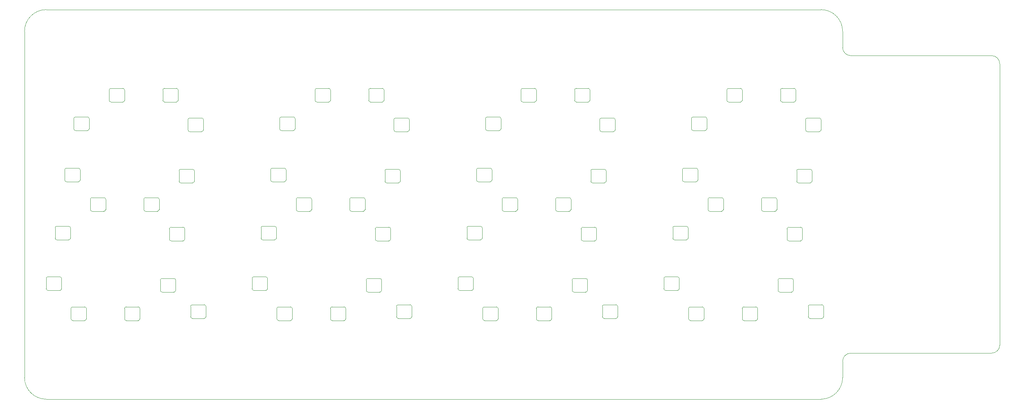
<source format=gbr>
%TF.GenerationSoftware,KiCad,Pcbnew,9.0.4*%
%TF.CreationDate,2025-08-31T21:09:01+02:00*%
%TF.ProjectId,n-teller-xl-diy,6e2d7465-6c6c-4657-922d-786c2d646979,1.0*%
%TF.SameCoordinates,Original*%
%TF.FileFunction,Profile,NP*%
%FSLAX46Y46*%
G04 Gerber Fmt 4.6, Leading zero omitted, Abs format (unit mm)*
G04 Created by KiCad (PCBNEW 9.0.4) date 2025-08-31 21:09:01*
%MOMM*%
%LPD*%
G01*
G04 APERTURE LIST*
%TA.AperFunction,Profile*%
%ADD10C,0.050000*%
%TD*%
G04 APERTURE END LIST*
D10*
X97790000Y34925000D02*
X130810000Y34925000D01*
X90805000Y45720000D02*
G75*
G02*
X95885000Y40640000I0J-5080000D01*
G01*
X95885000Y-40640000D02*
G75*
G02*
X90805000Y-45720000I-5080000J0D01*
G01*
X-95885000Y40640000D02*
G75*
G02*
X-90805000Y45720000I5080002J-2D01*
G01*
X95885000Y40640000D02*
X95885000Y36830000D01*
X-90805000Y45720000D02*
X90805000Y45720000D01*
X97790000Y-34925000D02*
X130810000Y-34925000D01*
X95885000Y-40640000D02*
X95885000Y-36830000D01*
X90805000Y-45720000D02*
X-90805000Y-45720000D01*
X132715000Y-33020000D02*
X132715000Y33020000D01*
X-90805000Y-45720000D02*
G75*
G02*
X-95885000Y-40640000I2J5080002D01*
G01*
X130810000Y34925000D02*
G75*
G02*
X132715000Y33020000I0J-1905000D01*
G01*
X97790000Y34925000D02*
G75*
G02*
X95885000Y36830000I0J1905000D01*
G01*
X95885000Y-36830000D02*
G75*
G02*
X97790000Y-34925000I1905000J0D01*
G01*
X132715000Y-33020000D02*
G75*
G02*
X130810000Y-34925000I-1905000J0D01*
G01*
X-95885000Y40640000D02*
X-95885000Y-40640000D01*
%TO.C,D2DP1*%
X39570000Y-23960000D02*
X39570000Y-26360000D01*
X42770000Y-23560000D02*
X39970000Y-23560000D01*
X42770000Y-26760000D02*
X39970000Y-26760000D01*
X43170000Y-23960000D02*
X43170000Y-26360000D01*
X39570000Y-23960000D02*
G75*
G02*
X39970000Y-23560000I400000J0D01*
G01*
X39970000Y-26760000D02*
G75*
G02*
X39570000Y-26360000I0J400000D01*
G01*
X42770000Y-23560000D02*
G75*
G02*
X43170000Y-23960000I1J-399999D01*
G01*
X43170000Y-26360000D02*
G75*
G02*
X42770000Y-26760000I-399999J-1D01*
G01*
%TO.C,D1E2*%
X53980000Y-17400000D02*
X53980000Y-19800000D01*
X57180000Y-17000000D02*
X54380000Y-17000000D01*
X57180000Y-20200000D02*
X54380000Y-20200000D01*
X57580000Y-17400000D02*
X57580000Y-19800000D01*
X53980000Y-17400000D02*
G75*
G02*
X54380000Y-17000000I400000J0D01*
G01*
X54380000Y-20200000D02*
G75*
G02*
X53980000Y-19800000I0J400000D01*
G01*
X57180000Y-17000000D02*
G75*
G02*
X57580000Y-17400000I1J-399999D01*
G01*
X57580000Y-19800000D02*
G75*
G02*
X57180000Y-20200000I-399999J-1D01*
G01*
%TO.C,D1E1*%
X56070000Y-5520000D02*
X56070000Y-7920000D01*
X59270000Y-5120000D02*
X56470000Y-5120000D01*
X59270000Y-8320000D02*
X56470000Y-8320000D01*
X59670000Y-5520000D02*
X59670000Y-7920000D01*
X56070000Y-5520000D02*
G75*
G02*
X56470000Y-5120000I400000J0D01*
G01*
X56470000Y-8320000D02*
G75*
G02*
X56070000Y-7920000I0J400000D01*
G01*
X59270000Y-5120000D02*
G75*
G02*
X59670000Y-5520000I1J-399999D01*
G01*
X59670000Y-7920000D02*
G75*
G02*
X59270000Y-8320000I-399999J-1D01*
G01*
%TO.C,D3C2*%
X-15790000Y-17780000D02*
X-15790000Y-20180000D01*
X-12590000Y-17380000D02*
X-15390000Y-17380000D01*
X-12590000Y-20580000D02*
X-15390000Y-20580000D01*
X-12190000Y-17780000D02*
X-12190000Y-20180000D01*
X-15790000Y-17780000D02*
G75*
G02*
X-15390000Y-17380000I400000J0D01*
G01*
X-15390000Y-20580000D02*
G75*
G02*
X-15790000Y-20180000I0J400000D01*
G01*
X-12590000Y-17380000D02*
G75*
G02*
X-12190000Y-17780000I1J-399999D01*
G01*
X-12190000Y-20180000D02*
G75*
G02*
X-12590000Y-20580000I-399999J-1D01*
G01*
%TO.C,D3C1*%
X-13670000Y-5740000D02*
X-13670000Y-8140000D01*
X-10470000Y-5340000D02*
X-13270000Y-5340000D01*
X-10470000Y-8540000D02*
X-13270000Y-8540000D01*
X-10070000Y-5740000D02*
X-10070000Y-8140000D01*
X-13670000Y-5740000D02*
G75*
G02*
X-13270000Y-5340000I400000J0D01*
G01*
X-13270000Y-8540000D02*
G75*
G02*
X-13670000Y-8140000I0J400000D01*
G01*
X-10470000Y-5340000D02*
G75*
G02*
X-10070000Y-5740000I1J-399999D01*
G01*
X-10070000Y-8140000D02*
G75*
G02*
X-10470000Y-8540000I-399999J-1D01*
G01*
%TO.C,D3B2*%
X-11410000Y7850000D02*
X-11410000Y5450000D01*
X-8210000Y8250000D02*
X-11010000Y8250000D01*
X-8210000Y5050000D02*
X-11010000Y5050000D01*
X-7810000Y7850000D02*
X-7810000Y5450000D01*
X-11410000Y7850000D02*
G75*
G02*
X-11010000Y8250000I400000J0D01*
G01*
X-11010000Y5050000D02*
G75*
G02*
X-11410000Y5450000I0J400000D01*
G01*
X-8210000Y8250000D02*
G75*
G02*
X-7810000Y7850000I1J-399999D01*
G01*
X-7810000Y5450000D02*
G75*
G02*
X-8210000Y5050000I-399999J-1D01*
G01*
%TO.C,D4G1*%
X-80460000Y1200000D02*
X-80460000Y-1200000D01*
X-77260000Y1600000D02*
X-80060000Y1600000D01*
X-77260000Y-1600000D02*
X-80060000Y-1600000D01*
X-76860000Y1200000D02*
X-76860000Y-1200000D01*
X-80460000Y1200000D02*
G75*
G02*
X-80060000Y1600000I400000J0D01*
G01*
X-80060000Y-1600000D02*
G75*
G02*
X-80460000Y-1200000I0J400000D01*
G01*
X-77260000Y1600000D02*
G75*
G02*
X-76860000Y1200000I1J-399999D01*
G01*
X-76860000Y-1200000D02*
G75*
G02*
X-77260000Y-1600000I-399999J-1D01*
G01*
%TO.C,D3F1*%
X-36070000Y20150000D02*
X-36070000Y17750000D01*
X-32870000Y20550000D02*
X-35670000Y20550000D01*
X-32870000Y17350000D02*
X-35670000Y17350000D01*
X-32470000Y20150000D02*
X-32470000Y17750000D01*
X-36070000Y20150000D02*
G75*
G02*
X-35670000Y20550000I400000J0D01*
G01*
X-35670000Y17350000D02*
G75*
G02*
X-36070000Y17750000I0J400000D01*
G01*
X-32870000Y20550000D02*
G75*
G02*
X-32470000Y20150000I1J-399999D01*
G01*
X-32470000Y17750000D02*
G75*
G02*
X-32870000Y17350000I-399999J-1D01*
G01*
%TO.C,D4F1*%
X-84330000Y20150000D02*
X-84330000Y17750000D01*
X-81130000Y20550000D02*
X-83930000Y20550000D01*
X-81130000Y17350000D02*
X-83930000Y17350000D01*
X-80730000Y20150000D02*
X-80730000Y17750000D01*
X-84330000Y20150000D02*
G75*
G02*
X-83930000Y20550000I400000J0D01*
G01*
X-83930000Y17350000D02*
G75*
G02*
X-84330000Y17750000I0J400000D01*
G01*
X-81130000Y20550000D02*
G75*
G02*
X-80730000Y20150000I1J-399999D01*
G01*
X-80730000Y17750000D02*
G75*
G02*
X-81130000Y17350000I-399999J-1D01*
G01*
%TO.C,D2D1*%
X11530000Y-24450000D02*
X11530000Y-26850000D01*
X14730000Y-24050000D02*
X11930000Y-24050000D01*
X14730000Y-27250000D02*
X11930000Y-27250000D01*
X15130000Y-24450000D02*
X15130000Y-26850000D01*
X11530000Y-24450000D02*
G75*
G02*
X11930000Y-24050000I400000J0D01*
G01*
X11930000Y-27250000D02*
G75*
G02*
X11530000Y-26850000I0J400000D01*
G01*
X14730000Y-24050000D02*
G75*
G02*
X15130000Y-24450000I1J-399999D01*
G01*
X15130000Y-26850000D02*
G75*
G02*
X14730000Y-27250000I-399999J-1D01*
G01*
%TO.C,D4A2*%
X-63470000Y26850000D02*
X-63470000Y24450000D01*
X-60270000Y27250000D02*
X-63070000Y27250000D01*
X-60270000Y24050000D02*
X-63070000Y24050000D01*
X-59870000Y26850000D02*
X-59870000Y24450000D01*
X-63470000Y26850000D02*
G75*
G02*
X-63070000Y27250000I400000J0D01*
G01*
X-63070000Y24050000D02*
G75*
G02*
X-63470000Y24450000I0J400000D01*
G01*
X-60270000Y27250000D02*
G75*
G02*
X-59870000Y26850000I1J-399999D01*
G01*
X-59870000Y24450000D02*
G75*
G02*
X-60270000Y24050000I-399999J-1D01*
G01*
%TO.C,D1A2*%
X81310000Y26850000D02*
X81310000Y24450000D01*
X84510000Y27250000D02*
X81710000Y27250000D01*
X84510000Y24050000D02*
X81710000Y24050000D01*
X84910000Y26850000D02*
X84910000Y24450000D01*
X81310000Y26850000D02*
G75*
G02*
X81710000Y27250000I400000J0D01*
G01*
X81710000Y24050000D02*
G75*
G02*
X81310000Y24450000I0J400000D01*
G01*
X84510000Y27250000D02*
G75*
G02*
X84910000Y26850000I1J-399999D01*
G01*
X84910000Y24450000D02*
G75*
G02*
X84510000Y24050000I-399999J-1D01*
G01*
%TO.C,D4B1*%
X-57560000Y19890000D02*
X-57560000Y17490000D01*
X-54360000Y20290000D02*
X-57160000Y20290000D01*
X-54360000Y17090000D02*
X-57160000Y17090000D01*
X-53960000Y19890000D02*
X-53960000Y17490000D01*
X-57560000Y19890000D02*
G75*
G02*
X-57160000Y20290000I400000J0D01*
G01*
X-57160000Y17090000D02*
G75*
G02*
X-57560000Y17490000I0J400000D01*
G01*
X-54360000Y20290000D02*
G75*
G02*
X-53960000Y19890000I1J-399999D01*
G01*
X-53960000Y17490000D02*
G75*
G02*
X-54360000Y17090000I-399999J-1D01*
G01*
%TO.C,D2B1*%
X38960000Y19890000D02*
X38960000Y17490000D01*
X42160000Y20290000D02*
X39360000Y20290000D01*
X42160000Y17090000D02*
X39360000Y17090000D01*
X42560000Y19890000D02*
X42560000Y17490000D01*
X38960000Y19890000D02*
G75*
G02*
X39360000Y20290000I400000J0D01*
G01*
X39360000Y17090000D02*
G75*
G02*
X38960000Y17490000I0J400000D01*
G01*
X42160000Y20290000D02*
G75*
G02*
X42560000Y19890000I1J-399999D01*
G01*
X42560000Y17490000D02*
G75*
G02*
X42160000Y17090000I-399999J-1D01*
G01*
%TO.C,D3A1*%
X-27770000Y26850000D02*
X-27770000Y24450000D01*
X-24570000Y27250000D02*
X-27370000Y27250000D01*
X-24570000Y24050000D02*
X-27370000Y24050000D01*
X-24170000Y26850000D02*
X-24170000Y24450000D01*
X-27770000Y26850000D02*
G75*
G02*
X-27370000Y27250000I400000J0D01*
G01*
X-27370000Y24050000D02*
G75*
G02*
X-27770000Y24450000I0J400000D01*
G01*
X-24570000Y27250000D02*
G75*
G02*
X-24170000Y26850000I1J-399999D01*
G01*
X-24170000Y24450000D02*
G75*
G02*
X-24570000Y24050000I-399999J-1D01*
G01*
%TO.C,D3A2*%
X-15210000Y26850000D02*
X-15210000Y24450000D01*
X-12010000Y27250000D02*
X-14810000Y27250000D01*
X-12010000Y24050000D02*
X-14810000Y24050000D01*
X-11610000Y26850000D02*
X-11610000Y24450000D01*
X-15210000Y26850000D02*
G75*
G02*
X-14810000Y27250000I400000J0D01*
G01*
X-14810000Y24050000D02*
G75*
G02*
X-15210000Y24450000I0J400000D01*
G01*
X-12010000Y27250000D02*
G75*
G02*
X-11610000Y26850000I1J-399999D01*
G01*
X-11610000Y24450000D02*
G75*
G02*
X-12010000Y24050000I-399999J-1D01*
G01*
%TO.C,D2C2*%
X32470000Y-17780000D02*
X32470000Y-20180000D01*
X35670000Y-17380000D02*
X32870000Y-17380000D01*
X35670000Y-20580000D02*
X32870000Y-20580000D01*
X36070000Y-17780000D02*
X36070000Y-20180000D01*
X32470000Y-17780000D02*
G75*
G02*
X32870000Y-17380000I400000J0D01*
G01*
X32870000Y-20580000D02*
G75*
G02*
X32470000Y-20180000I0J400000D01*
G01*
X35670000Y-17380000D02*
G75*
G02*
X36070000Y-17780000I1J-399999D01*
G01*
X36070000Y-20180000D02*
G75*
G02*
X35670000Y-20580000I-399999J-1D01*
G01*
%TO.C,D3E2*%
X-42540000Y-17400000D02*
X-42540000Y-19800000D01*
X-39340000Y-17000000D02*
X-42140000Y-17000000D01*
X-39340000Y-20200000D02*
X-42140000Y-20200000D01*
X-38940000Y-17400000D02*
X-38940000Y-19800000D01*
X-42540000Y-17400000D02*
G75*
G02*
X-42140000Y-17000000I400000J0D01*
G01*
X-42140000Y-20200000D02*
G75*
G02*
X-42540000Y-19800000I0J400000D01*
G01*
X-39340000Y-17000000D02*
G75*
G02*
X-38940000Y-17400000I1J-399999D01*
G01*
X-38940000Y-19800000D02*
G75*
G02*
X-39340000Y-20200000I-399999J-1D01*
G01*
%TO.C,D2G2*%
X28600000Y1200000D02*
X28600000Y-1200000D01*
X31800000Y1600000D02*
X29000000Y1600000D01*
X31800000Y-1600000D02*
X29000000Y-1600000D01*
X32200000Y1200000D02*
X32200000Y-1200000D01*
X28600000Y1200000D02*
G75*
G02*
X29000000Y1600000I400000J0D01*
G01*
X29000000Y-1600000D02*
G75*
G02*
X28600000Y-1200000I0J400000D01*
G01*
X31800000Y1600000D02*
G75*
G02*
X32200000Y1200000I1J-399999D01*
G01*
X32200000Y-1200000D02*
G75*
G02*
X31800000Y-1600000I-399999J-1D01*
G01*
%TO.C,D4D1*%
X-84990000Y-24450000D02*
X-84990000Y-26850000D01*
X-81790000Y-24050000D02*
X-84590000Y-24050000D01*
X-81790000Y-27250000D02*
X-84590000Y-27250000D01*
X-81390000Y-24450000D02*
X-81390000Y-26850000D01*
X-84990000Y-24450000D02*
G75*
G02*
X-84590000Y-24050000I400000J0D01*
G01*
X-84590000Y-27250000D02*
G75*
G02*
X-84990000Y-26850000I0J400000D01*
G01*
X-81790000Y-24050000D02*
G75*
G02*
X-81390000Y-24450000I1J-399999D01*
G01*
X-81390000Y-26850000D02*
G75*
G02*
X-81790000Y-27250000I-399999J-1D01*
G01*
%TO.C,D3D2*%
X-24180000Y-24450000D02*
X-24180000Y-26850000D01*
X-20980000Y-24050000D02*
X-23780000Y-24050000D01*
X-20980000Y-27250000D02*
X-23780000Y-27250000D01*
X-20580000Y-24450000D02*
X-20580000Y-26850000D01*
X-24180000Y-24450000D02*
G75*
G02*
X-23780000Y-24050000I400000J0D01*
G01*
X-23780000Y-27250000D02*
G75*
G02*
X-24180000Y-26850000I0J400000D01*
G01*
X-20980000Y-24050000D02*
G75*
G02*
X-20580000Y-24450000I1J-399999D01*
G01*
X-20580000Y-26850000D02*
G75*
G02*
X-20980000Y-27250000I-399999J-1D01*
G01*
%TO.C,D3D1*%
X-36730000Y-24450000D02*
X-36730000Y-26850000D01*
X-33530000Y-24050000D02*
X-36330000Y-24050000D01*
X-33530000Y-27250000D02*
X-36330000Y-27250000D01*
X-33130000Y-24450000D02*
X-33130000Y-26850000D01*
X-36730000Y-24450000D02*
G75*
G02*
X-36330000Y-24050000I400000J0D01*
G01*
X-36330000Y-27250000D02*
G75*
G02*
X-36730000Y-26850000I0J400000D01*
G01*
X-33530000Y-24050000D02*
G75*
G02*
X-33130000Y-24450000I1J-399999D01*
G01*
X-33130000Y-26850000D02*
G75*
G02*
X-33530000Y-27250000I-399999J-1D01*
G01*
%TO.C,D1C2*%
X80730000Y-17780000D02*
X80730000Y-20180000D01*
X83930000Y-17380000D02*
X81130000Y-17380000D01*
X83930000Y-20580000D02*
X81130000Y-20580000D01*
X84330000Y-17780000D02*
X84330000Y-20180000D01*
X80730000Y-17780000D02*
G75*
G02*
X81130000Y-17380000I400000J0D01*
G01*
X81130000Y-20580000D02*
G75*
G02*
X80730000Y-20180000I0J400000D01*
G01*
X83930000Y-17380000D02*
G75*
G02*
X84330000Y-17780000I1J-399999D01*
G01*
X84330000Y-20180000D02*
G75*
G02*
X83930000Y-20580000I-399999J-1D01*
G01*
%TO.C,D1C1*%
X82850000Y-5740000D02*
X82850000Y-8140000D01*
X86050000Y-5340000D02*
X83250000Y-5340000D01*
X86050000Y-8540000D02*
X83250000Y-8540000D01*
X86450000Y-5740000D02*
X86450000Y-8140000D01*
X82850000Y-5740000D02*
G75*
G02*
X83250000Y-5340000I400000J0D01*
G01*
X83250000Y-8540000D02*
G75*
G02*
X82850000Y-8140000I0J400000D01*
G01*
X86050000Y-5340000D02*
G75*
G02*
X86450000Y-5740000I1J-399999D01*
G01*
X86450000Y-8140000D02*
G75*
G02*
X86050000Y-8540000I-399999J-1D01*
G01*
%TO.C,D2A2*%
X33050000Y26850000D02*
X33050000Y24450000D01*
X36250000Y27250000D02*
X33450000Y27250000D01*
X36250000Y24050000D02*
X33450000Y24050000D01*
X36650000Y26850000D02*
X36650000Y24450000D01*
X33050000Y26850000D02*
G75*
G02*
X33450000Y27250000I400000J0D01*
G01*
X33450000Y24050000D02*
G75*
G02*
X33050000Y24450000I0J400000D01*
G01*
X36250000Y27250000D02*
G75*
G02*
X36650000Y26850000I1J-399999D01*
G01*
X36650000Y24450000D02*
G75*
G02*
X36250000Y24050000I-399999J-1D01*
G01*
%TO.C,D4E2*%
X-90800000Y-17400000D02*
X-90800000Y-19800000D01*
X-87600000Y-17000000D02*
X-90400000Y-17000000D01*
X-87600000Y-20200000D02*
X-90400000Y-20200000D01*
X-87200000Y-17400000D02*
X-87200000Y-19800000D01*
X-90800000Y-17400000D02*
G75*
G02*
X-90400000Y-17000000I400000J0D01*
G01*
X-90400000Y-20200000D02*
G75*
G02*
X-90800000Y-19800000I0J400000D01*
G01*
X-87600000Y-17000000D02*
G75*
G02*
X-87200000Y-17400000I1J-399999D01*
G01*
X-87200000Y-19800000D02*
G75*
G02*
X-87600000Y-20200000I-399999J-1D01*
G01*
%TO.C,D4C1*%
X-61930000Y-5740000D02*
X-61930000Y-8140000D01*
X-58730000Y-5340000D02*
X-61530000Y-5340000D01*
X-58730000Y-8540000D02*
X-61530000Y-8540000D01*
X-58330000Y-5740000D02*
X-58330000Y-8140000D01*
X-61930000Y-5740000D02*
G75*
G02*
X-61530000Y-5340000I400000J0D01*
G01*
X-61530000Y-8540000D02*
G75*
G02*
X-61930000Y-8140000I0J400000D01*
G01*
X-58730000Y-5340000D02*
G75*
G02*
X-58330000Y-5740000I1J-399999D01*
G01*
X-58330000Y-8140000D02*
G75*
G02*
X-58730000Y-8540000I-399999J-1D01*
G01*
%TO.C,D4G2*%
X-67920000Y1200000D02*
X-67920000Y-1200000D01*
X-64720000Y1600000D02*
X-67520000Y1600000D01*
X-64720000Y-1600000D02*
X-67520000Y-1600000D01*
X-64320000Y1200000D02*
X-64320000Y-1200000D01*
X-67920000Y1200000D02*
G75*
G02*
X-67520000Y1600000I400000J0D01*
G01*
X-67520000Y-1600000D02*
G75*
G02*
X-67920000Y-1200000I0J400000D01*
G01*
X-64720000Y1600000D02*
G75*
G02*
X-64320000Y1200000I1J-399999D01*
G01*
X-64320000Y-1200000D02*
G75*
G02*
X-64720000Y-1600000I-399999J-1D01*
G01*
%TO.C,D1B2*%
X85110000Y7850000D02*
X85110000Y5450000D01*
X88310000Y8250000D02*
X85510000Y8250000D01*
X88310000Y5050000D02*
X85510000Y5050000D01*
X88710000Y7850000D02*
X88710000Y5450000D01*
X85110000Y7850000D02*
G75*
G02*
X85510000Y8250000I400000J0D01*
G01*
X85510000Y5050000D02*
G75*
G02*
X85110000Y5450000I0J400000D01*
G01*
X88310000Y8250000D02*
G75*
G02*
X88710000Y7850000I1J-399999D01*
G01*
X88710000Y5450000D02*
G75*
G02*
X88310000Y5050000I-399999J-1D01*
G01*
%TO.C,D4B2*%
X-59670000Y7850000D02*
X-59670000Y5450000D01*
X-56470000Y8250000D02*
X-59270000Y8250000D01*
X-56470000Y5050000D02*
X-59270000Y5050000D01*
X-56070000Y7850000D02*
X-56070000Y5450000D01*
X-59670000Y7850000D02*
G75*
G02*
X-59270000Y8250000I400000J0D01*
G01*
X-59270000Y5050000D02*
G75*
G02*
X-59670000Y5450000I0J400000D01*
G01*
X-56470000Y8250000D02*
G75*
G02*
X-56070000Y7850000I1J-399999D01*
G01*
X-56070000Y5450000D02*
G75*
G02*
X-56470000Y5050000I-399999J-1D01*
G01*
%TO.C,D2E2*%
X5720000Y-17400000D02*
X5720000Y-19800000D01*
X8920000Y-17000000D02*
X6120000Y-17000000D01*
X8920000Y-20200000D02*
X6120000Y-20200000D01*
X9320000Y-17400000D02*
X9320000Y-19800000D01*
X5720000Y-17400000D02*
G75*
G02*
X6120000Y-17000000I400000J0D01*
G01*
X6120000Y-20200000D02*
G75*
G02*
X5720000Y-19800000I0J400000D01*
G01*
X8920000Y-17000000D02*
G75*
G02*
X9320000Y-17400000I1J-399999D01*
G01*
X9320000Y-19800000D02*
G75*
G02*
X8920000Y-20200000I-399999J-1D01*
G01*
%TO.C,D3F2*%
X-38190000Y8130000D02*
X-38190000Y5730000D01*
X-34990000Y8530000D02*
X-37790000Y8530000D01*
X-34990000Y5330000D02*
X-37790000Y5330000D01*
X-34590000Y8130000D02*
X-34590000Y5730000D01*
X-38190000Y8130000D02*
G75*
G02*
X-37790000Y8530000I400000J0D01*
G01*
X-37790000Y5330000D02*
G75*
G02*
X-38190000Y5730000I0J400000D01*
G01*
X-34990000Y8530000D02*
G75*
G02*
X-34590000Y8130000I1J-399999D01*
G01*
X-34590000Y5730000D02*
G75*
G02*
X-34990000Y5330000I-399999J-1D01*
G01*
%TO.C,D4E1*%
X-88710000Y-5520000D02*
X-88710000Y-7920000D01*
X-85510000Y-5120000D02*
X-88310000Y-5120000D01*
X-85510000Y-8320000D02*
X-88310000Y-8320000D01*
X-85110000Y-5520000D02*
X-85110000Y-7920000D01*
X-88710000Y-5520000D02*
G75*
G02*
X-88310000Y-5120000I400000J0D01*
G01*
X-88310000Y-8320000D02*
G75*
G02*
X-88710000Y-7920000I0J400000D01*
G01*
X-85510000Y-5120000D02*
G75*
G02*
X-85110000Y-5520000I1J-399999D01*
G01*
X-85110000Y-7920000D02*
G75*
G02*
X-85510000Y-8320000I-399999J-1D01*
G01*
%TO.C,D3DP1*%
X-8690000Y-23960000D02*
X-8690000Y-26360000D01*
X-5490000Y-23560000D02*
X-8290000Y-23560000D01*
X-5490000Y-26760000D02*
X-8290000Y-26760000D01*
X-5090000Y-23960000D02*
X-5090000Y-26360000D01*
X-8690000Y-23960000D02*
G75*
G02*
X-8290000Y-23560000I400000J0D01*
G01*
X-8290000Y-26760000D02*
G75*
G02*
X-8690000Y-26360000I0J400000D01*
G01*
X-5490000Y-23560000D02*
G75*
G02*
X-5090000Y-23960000I1J-399999D01*
G01*
X-5090000Y-26360000D02*
G75*
G02*
X-5490000Y-26760000I-399999J-1D01*
G01*
%TO.C,D4F2*%
X-86450000Y8130000D02*
X-86450000Y5730000D01*
X-83250000Y8530000D02*
X-86050000Y8530000D01*
X-83250000Y5330000D02*
X-86050000Y5330000D01*
X-82850000Y8130000D02*
X-82850000Y5730000D01*
X-86450000Y8130000D02*
G75*
G02*
X-86050000Y8530000I400000J0D01*
G01*
X-86050000Y5330000D02*
G75*
G02*
X-86450000Y5730000I0J400000D01*
G01*
X-83250000Y8530000D02*
G75*
G02*
X-82850000Y8130000I1J-399999D01*
G01*
X-82850000Y5730000D02*
G75*
G02*
X-83250000Y5330000I-399999J-1D01*
G01*
%TO.C,D2F1*%
X12190000Y20150000D02*
X12190000Y17750000D01*
X15390000Y20550000D02*
X12590000Y20550000D01*
X15390000Y17350000D02*
X12590000Y17350000D01*
X15790000Y20150000D02*
X15790000Y17750000D01*
X12190000Y20150000D02*
G75*
G02*
X12590000Y20550000I400000J0D01*
G01*
X12590000Y17350000D02*
G75*
G02*
X12190000Y17750000I0J400000D01*
G01*
X15390000Y20550000D02*
G75*
G02*
X15790000Y20150000I1J-399999D01*
G01*
X15790000Y17750000D02*
G75*
G02*
X15390000Y17350000I-399999J-1D01*
G01*
%TO.C,D4A1*%
X-76030000Y26850000D02*
X-76030000Y24450000D01*
X-72830000Y27250000D02*
X-75630000Y27250000D01*
X-72830000Y24050000D02*
X-75630000Y24050000D01*
X-72430000Y26850000D02*
X-72430000Y24450000D01*
X-76030000Y26850000D02*
G75*
G02*
X-75630000Y27250000I400000J0D01*
G01*
X-75630000Y24050000D02*
G75*
G02*
X-76030000Y24450000I0J400000D01*
G01*
X-72830000Y27250000D02*
G75*
G02*
X-72430000Y26850000I1J-399999D01*
G01*
X-72430000Y24450000D02*
G75*
G02*
X-72830000Y24050000I-399999J-1D01*
G01*
%TO.C,D2B2*%
X36850000Y7850000D02*
X36850000Y5450000D01*
X40050000Y8250000D02*
X37250000Y8250000D01*
X40050000Y5050000D02*
X37250000Y5050000D01*
X40450000Y7850000D02*
X40450000Y5450000D01*
X36850000Y7850000D02*
G75*
G02*
X37250000Y8250000I400000J0D01*
G01*
X37250000Y5050000D02*
G75*
G02*
X36850000Y5450000I0J400000D01*
G01*
X40050000Y8250000D02*
G75*
G02*
X40450000Y7850000I1J-399999D01*
G01*
X40450000Y5450000D02*
G75*
G02*
X40050000Y5050000I-399999J-1D01*
G01*
%TO.C,D1F2*%
X58330000Y8130000D02*
X58330000Y5730000D01*
X61530000Y8530000D02*
X58730000Y8530000D01*
X61530000Y5330000D02*
X58730000Y5330000D01*
X61930000Y8130000D02*
X61930000Y5730000D01*
X58330000Y8130000D02*
G75*
G02*
X58730000Y8530000I400000J0D01*
G01*
X58730000Y5330000D02*
G75*
G02*
X58330000Y5730000I0J400000D01*
G01*
X61530000Y8530000D02*
G75*
G02*
X61930000Y8130000I1J-399999D01*
G01*
X61930000Y5730000D02*
G75*
G02*
X61530000Y5330000I-399999J-1D01*
G01*
%TO.C,D1A1*%
X68750000Y26850000D02*
X68750000Y24450000D01*
X71950000Y27250000D02*
X69150000Y27250000D01*
X71950000Y24050000D02*
X69150000Y24050000D01*
X72350000Y26850000D02*
X72350000Y24450000D01*
X68750000Y26850000D02*
G75*
G02*
X69150000Y27250000I400000J0D01*
G01*
X69150000Y24050000D02*
G75*
G02*
X68750000Y24450000I0J400000D01*
G01*
X71950000Y27250000D02*
G75*
G02*
X72350000Y26850000I1J-399999D01*
G01*
X72350000Y24450000D02*
G75*
G02*
X71950000Y24050000I-399999J-1D01*
G01*
%TO.C,D3E1*%
X-40450000Y-5520000D02*
X-40450000Y-7920000D01*
X-37250000Y-5120000D02*
X-40050000Y-5120000D01*
X-37250000Y-8320000D02*
X-40050000Y-8320000D01*
X-36850000Y-5520000D02*
X-36850000Y-7920000D01*
X-40450000Y-5520000D02*
G75*
G02*
X-40050000Y-5120000I400000J0D01*
G01*
X-40050000Y-8320000D02*
G75*
G02*
X-40450000Y-7920000I0J400000D01*
G01*
X-37250000Y-5120000D02*
G75*
G02*
X-36850000Y-5520000I1J-399999D01*
G01*
X-36850000Y-7920000D02*
G75*
G02*
X-37250000Y-8320000I-399999J-1D01*
G01*
%TO.C,D3G1*%
X-32200000Y1200000D02*
X-32200000Y-1200000D01*
X-29000000Y1600000D02*
X-31800000Y1600000D01*
X-29000000Y-1600000D02*
X-31800000Y-1600000D01*
X-28600000Y1200000D02*
X-28600000Y-1200000D01*
X-32200000Y1200000D02*
G75*
G02*
X-31800000Y1600000I400000J0D01*
G01*
X-31800000Y-1600000D02*
G75*
G02*
X-32200000Y-1200000I0J400000D01*
G01*
X-29000000Y1600000D02*
G75*
G02*
X-28600000Y1200000I1J-399999D01*
G01*
X-28600000Y-1200000D02*
G75*
G02*
X-29000000Y-1600000I-399999J-1D01*
G01*
%TO.C,D1D2*%
X72340000Y-24450000D02*
X72340000Y-26850000D01*
X75540000Y-24050000D02*
X72740000Y-24050000D01*
X75540000Y-27250000D02*
X72740000Y-27250000D01*
X75940000Y-24450000D02*
X75940000Y-26850000D01*
X72340000Y-24450000D02*
G75*
G02*
X72740000Y-24050000I400000J0D01*
G01*
X72740000Y-27250000D02*
G75*
G02*
X72340000Y-26850000I0J400000D01*
G01*
X75540000Y-24050000D02*
G75*
G02*
X75940000Y-24450000I1J-399999D01*
G01*
X75940000Y-26850000D02*
G75*
G02*
X75540000Y-27250000I-399999J-1D01*
G01*
%TO.C,D4C2*%
X-64050000Y-17780000D02*
X-64050000Y-20180000D01*
X-60850000Y-17380000D02*
X-63650000Y-17380000D01*
X-60850000Y-20580000D02*
X-63650000Y-20580000D01*
X-60450000Y-17780000D02*
X-60450000Y-20180000D01*
X-64050000Y-17780000D02*
G75*
G02*
X-63650000Y-17380000I400000J0D01*
G01*
X-63650000Y-20580000D02*
G75*
G02*
X-64050000Y-20180000I0J400000D01*
G01*
X-60850000Y-17380000D02*
G75*
G02*
X-60450000Y-17780000I1J-399999D01*
G01*
X-60450000Y-20180000D02*
G75*
G02*
X-60850000Y-20580000I-399999J-1D01*
G01*
%TO.C,D2F2*%
X10070000Y8130000D02*
X10070000Y5730000D01*
X13270000Y8530000D02*
X10470000Y8530000D01*
X13270000Y5330000D02*
X10470000Y5330000D01*
X13670000Y8130000D02*
X13670000Y5730000D01*
X10070000Y8130000D02*
G75*
G02*
X10470000Y8530000I400000J0D01*
G01*
X10470000Y5330000D02*
G75*
G02*
X10070000Y5730000I0J400000D01*
G01*
X13270000Y8530000D02*
G75*
G02*
X13670000Y8130000I1J-399999D01*
G01*
X13670000Y5730000D02*
G75*
G02*
X13270000Y5330000I-399999J-1D01*
G01*
%TO.C,D3B1*%
X-9300000Y19890000D02*
X-9300000Y17490000D01*
X-6100000Y20290000D02*
X-8900000Y20290000D01*
X-6100000Y17090000D02*
X-8900000Y17090000D01*
X-5700000Y19890000D02*
X-5700000Y17490000D01*
X-9300000Y19890000D02*
G75*
G02*
X-8900000Y20290000I400000J0D01*
G01*
X-8900000Y17090000D02*
G75*
G02*
X-9300000Y17490000I0J400000D01*
G01*
X-6100000Y20290000D02*
G75*
G02*
X-5700000Y19890000I1J-399999D01*
G01*
X-5700000Y17490000D02*
G75*
G02*
X-6100000Y17090000I-399999J-1D01*
G01*
%TO.C,D2C1*%
X34590000Y-5740000D02*
X34590000Y-8140000D01*
X37790000Y-5340000D02*
X34990000Y-5340000D01*
X37790000Y-8540000D02*
X34990000Y-8540000D01*
X38190000Y-5740000D02*
X38190000Y-8140000D01*
X34590000Y-5740000D02*
G75*
G02*
X34990000Y-5340000I400000J0D01*
G01*
X34990000Y-8540000D02*
G75*
G02*
X34590000Y-8140000I0J400000D01*
G01*
X37790000Y-5340000D02*
G75*
G02*
X38190000Y-5740000I1J-399999D01*
G01*
X38190000Y-8140000D02*
G75*
G02*
X37790000Y-8540000I-399999J-1D01*
G01*
%TO.C,D2G1*%
X16060000Y1200000D02*
X16060000Y-1200000D01*
X19260000Y1600000D02*
X16460000Y1600000D01*
X19260000Y-1600000D02*
X16460000Y-1600000D01*
X19660000Y1200000D02*
X19660000Y-1200000D01*
X16060000Y1200000D02*
G75*
G02*
X16460000Y1600000I400000J0D01*
G01*
X16460000Y-1600000D02*
G75*
G02*
X16060000Y-1200000I0J400000D01*
G01*
X19260000Y1600000D02*
G75*
G02*
X19660000Y1200000I1J-399999D01*
G01*
X19660000Y-1200000D02*
G75*
G02*
X19260000Y-1600000I-399999J-1D01*
G01*
%TO.C,D2E1*%
X7810000Y-5520000D02*
X7810000Y-7920000D01*
X11010000Y-5120000D02*
X8210000Y-5120000D01*
X11010000Y-8320000D02*
X8210000Y-8320000D01*
X11410000Y-5520000D02*
X11410000Y-7920000D01*
X7810000Y-5520000D02*
G75*
G02*
X8210000Y-5120000I400000J0D01*
G01*
X8210000Y-8320000D02*
G75*
G02*
X7810000Y-7920000I0J400000D01*
G01*
X11010000Y-5120000D02*
G75*
G02*
X11410000Y-5520000I1J-399999D01*
G01*
X11410000Y-7920000D02*
G75*
G02*
X11010000Y-8320000I-399999J-1D01*
G01*
%TO.C,D1G2*%
X76860000Y1200000D02*
X76860000Y-1200000D01*
X80060000Y1600000D02*
X77260000Y1600000D01*
X80060000Y-1600000D02*
X77260000Y-1600000D01*
X80460000Y1200000D02*
X80460000Y-1200000D01*
X76860000Y1200000D02*
G75*
G02*
X77260000Y1600000I400000J0D01*
G01*
X77260000Y-1600000D02*
G75*
G02*
X76860000Y-1200000I0J400000D01*
G01*
X80060000Y1600000D02*
G75*
G02*
X80460000Y1200000I1J-399999D01*
G01*
X80460000Y-1200000D02*
G75*
G02*
X80060000Y-1600000I-399999J-1D01*
G01*
%TO.C,D3G2*%
X-19660000Y1200000D02*
X-19660000Y-1200000D01*
X-16460000Y1600000D02*
X-19260000Y1600000D01*
X-16460000Y-1600000D02*
X-19260000Y-1600000D01*
X-16060000Y1200000D02*
X-16060000Y-1200000D01*
X-19660000Y1200000D02*
G75*
G02*
X-19260000Y1600000I400000J0D01*
G01*
X-19260000Y-1600000D02*
G75*
G02*
X-19660000Y-1200000I0J400000D01*
G01*
X-16460000Y1600000D02*
G75*
G02*
X-16060000Y1200000I1J-399999D01*
G01*
X-16060000Y-1200000D02*
G75*
G02*
X-16460000Y-1600000I-399999J-1D01*
G01*
%TO.C,D2A1*%
X20490000Y26850000D02*
X20490000Y24450000D01*
X23690000Y27250000D02*
X20890000Y27250000D01*
X23690000Y24050000D02*
X20890000Y24050000D01*
X24090000Y26850000D02*
X24090000Y24450000D01*
X20490000Y26850000D02*
G75*
G02*
X20890000Y27250000I400000J0D01*
G01*
X20890000Y24050000D02*
G75*
G02*
X20490000Y24450000I0J400000D01*
G01*
X23690000Y27250000D02*
G75*
G02*
X24090000Y26850000I1J-399999D01*
G01*
X24090000Y24450000D02*
G75*
G02*
X23690000Y24050000I-399999J-1D01*
G01*
%TO.C,D4DP1*%
X-56950000Y-23960000D02*
X-56950000Y-26360000D01*
X-53750000Y-23560000D02*
X-56550000Y-23560000D01*
X-53750000Y-26760000D02*
X-56550000Y-26760000D01*
X-53350000Y-23960000D02*
X-53350000Y-26360000D01*
X-56950000Y-23960000D02*
G75*
G02*
X-56550000Y-23560000I400000J0D01*
G01*
X-56550000Y-26760000D02*
G75*
G02*
X-56950000Y-26360000I0J400000D01*
G01*
X-53750000Y-23560000D02*
G75*
G02*
X-53350000Y-23960000I1J-399999D01*
G01*
X-53350000Y-26360000D02*
G75*
G02*
X-53750000Y-26760000I-399999J-1D01*
G01*
%TO.C,D4D2*%
X-72440000Y-24450000D02*
X-72440000Y-26850000D01*
X-69240000Y-24050000D02*
X-72040000Y-24050000D01*
X-69240000Y-27250000D02*
X-72040000Y-27250000D01*
X-68840000Y-24450000D02*
X-68840000Y-26850000D01*
X-72440000Y-24450000D02*
G75*
G02*
X-72040000Y-24050000I400000J0D01*
G01*
X-72040000Y-27250000D02*
G75*
G02*
X-72440000Y-26850000I0J400000D01*
G01*
X-69240000Y-24050000D02*
G75*
G02*
X-68840000Y-24450000I1J-399999D01*
G01*
X-68840000Y-26850000D02*
G75*
G02*
X-69240000Y-27250000I-399999J-1D01*
G01*
%TO.C,D1F1*%
X60450000Y20150000D02*
X60450000Y17750000D01*
X63650000Y20550000D02*
X60850000Y20550000D01*
X63650000Y17350000D02*
X60850000Y17350000D01*
X64050000Y20150000D02*
X64050000Y17750000D01*
X60450000Y20150000D02*
G75*
G02*
X60850000Y20550000I400000J0D01*
G01*
X60850000Y17350000D02*
G75*
G02*
X60450000Y17750000I0J400000D01*
G01*
X63650000Y20550000D02*
G75*
G02*
X64050000Y20150000I1J-399999D01*
G01*
X64050000Y17750000D02*
G75*
G02*
X63650000Y17350000I-399999J-1D01*
G01*
%TO.C,D2D2*%
X24080000Y-24450000D02*
X24080000Y-26850000D01*
X27280000Y-24050000D02*
X24480000Y-24050000D01*
X27280000Y-27250000D02*
X24480000Y-27250000D01*
X27680000Y-24450000D02*
X27680000Y-26850000D01*
X24080000Y-24450000D02*
G75*
G02*
X24480000Y-24050000I400000J0D01*
G01*
X24480000Y-27250000D02*
G75*
G02*
X24080000Y-26850000I0J400000D01*
G01*
X27280000Y-24050000D02*
G75*
G02*
X27680000Y-24450000I1J-399999D01*
G01*
X27680000Y-26850000D02*
G75*
G02*
X27280000Y-27250000I-399999J-1D01*
G01*
%TO.C,D1D1*%
X59790000Y-24450000D02*
X59790000Y-26850000D01*
X62990000Y-24050000D02*
X60190000Y-24050000D01*
X62990000Y-27250000D02*
X60190000Y-27250000D01*
X63390000Y-24450000D02*
X63390000Y-26850000D01*
X59790000Y-24450000D02*
G75*
G02*
X60190000Y-24050000I400000J0D01*
G01*
X60190000Y-27250000D02*
G75*
G02*
X59790000Y-26850000I0J400000D01*
G01*
X62990000Y-24050000D02*
G75*
G02*
X63390000Y-24450000I1J-399999D01*
G01*
X63390000Y-26850000D02*
G75*
G02*
X62990000Y-27250000I-399999J-1D01*
G01*
%TO.C,D1B1*%
X87220000Y19890000D02*
X87220000Y17490000D01*
X90420000Y20290000D02*
X87620000Y20290000D01*
X90420000Y17090000D02*
X87620000Y17090000D01*
X90820000Y19890000D02*
X90820000Y17490000D01*
X87220000Y19890000D02*
G75*
G02*
X87620000Y20290000I400000J0D01*
G01*
X87620000Y17090000D02*
G75*
G02*
X87220000Y17490000I0J400000D01*
G01*
X90420000Y20290000D02*
G75*
G02*
X90820000Y19890000I1J-399999D01*
G01*
X90820000Y17490000D02*
G75*
G02*
X90420000Y17090000I-399999J-1D01*
G01*
%TO.C,D1DP1*%
X87830000Y-23960000D02*
X87830000Y-26360000D01*
X91030000Y-23560000D02*
X88230000Y-23560000D01*
X91030000Y-26760000D02*
X88230000Y-26760000D01*
X91430000Y-23960000D02*
X91430000Y-26360000D01*
X87830000Y-23960000D02*
G75*
G02*
X88230000Y-23560000I400000J0D01*
G01*
X88230000Y-26760000D02*
G75*
G02*
X87830000Y-26360000I0J400000D01*
G01*
X91030000Y-23560000D02*
G75*
G02*
X91430000Y-23960000I1J-399999D01*
G01*
X91430000Y-26360000D02*
G75*
G02*
X91030000Y-26760000I-399999J-1D01*
G01*
%TO.C,D1G1*%
X64320000Y1200000D02*
X64320000Y-1200000D01*
X67520000Y1600000D02*
X64720000Y1600000D01*
X67520000Y-1600000D02*
X64720000Y-1600000D01*
X67920000Y1200000D02*
X67920000Y-1200000D01*
X64320000Y1200000D02*
G75*
G02*
X64720000Y1600000I400000J0D01*
G01*
X64720000Y-1600000D02*
G75*
G02*
X64320000Y-1200000I0J400000D01*
G01*
X67520000Y1600000D02*
G75*
G02*
X67920000Y1200000I1J-399999D01*
G01*
X67920000Y-1200000D02*
G75*
G02*
X67520000Y-1600000I-399999J-1D01*
G01*
%TD*%
M02*

</source>
